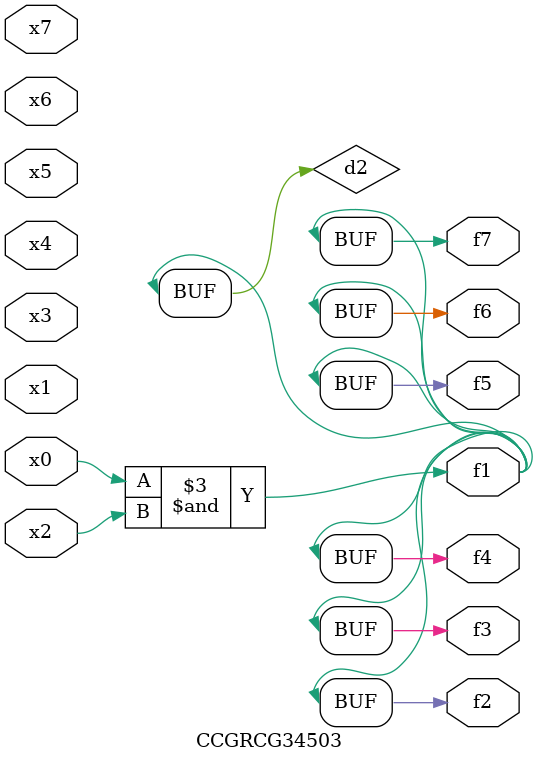
<source format=v>
module CCGRCG34503(
	input x0, x1, x2, x3, x4, x5, x6, x7,
	output f1, f2, f3, f4, f5, f6, f7
);

	wire d1, d2;

	nor (d1, x3, x6);
	and (d2, x0, x2);
	assign f1 = d2;
	assign f2 = d2;
	assign f3 = d2;
	assign f4 = d2;
	assign f5 = d2;
	assign f6 = d2;
	assign f7 = d2;
endmodule

</source>
